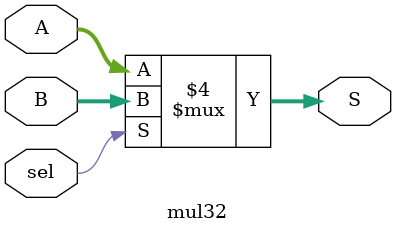
<source format=v>
module mul32(
	input [31:0]A,
	input [31:0]B,
	input sel,
	output reg [31:0]S
);


always @*
	begin
		if(sel == 0)begin
			S= A;
		end else begin
			S = B;
		end
	end 

endmodule 

</source>
